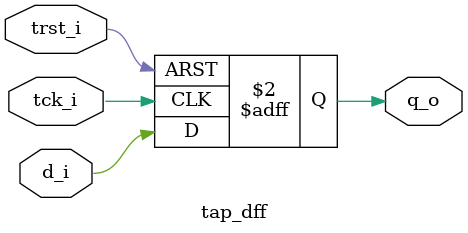
<source format=sv>
/*
    File name: tap_dff.sv
    Description: TODO: Check boundary scan cell for second flip-flop, add here.
    Author: Marko Gjorgjievski
    Date created: 25.04.2025
*/

module tap_dff(
    input logic tck_i,
    input logic trst_i,
    input logic d_i,
    output logic q_o
    );
    
    always_ff @(negedge tck_i or posedge trst_i) begin
        if(trst_i)
            q_o <= 1'b0;
        else
            q_o <= d_i;
    end

endmodule
</source>
